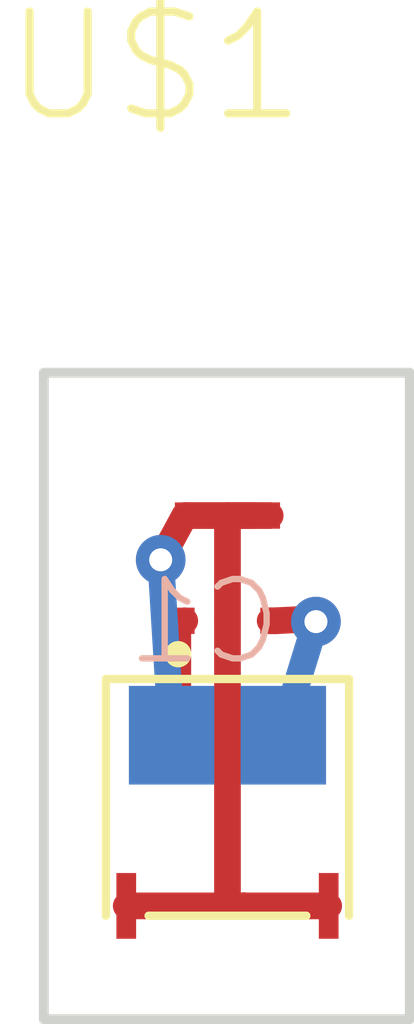
<source format=kicad_pcb>
(kicad_pcb (version 20171130) (host pcbnew "(5.1.2)-2")

  (general
    (thickness 1.6)
    (drawings 4)
    (tracks 24)
    (zones 0)
    (modules 5)
    (nets 4)
  )

  (page A4)
  (layers
    (0 Top signal)
    (31 Bottom signal)
    (32 B.Adhes user)
    (33 F.Adhes user)
    (34 B.Paste user)
    (35 F.Paste user)
    (36 B.SilkS user)
    (37 F.SilkS user)
    (38 B.Mask user)
    (39 F.Mask user)
    (40 Dwgs.User user)
    (41 Cmts.User user)
    (42 Eco1.User user)
    (43 Eco2.User user)
    (44 Edge.Cuts user)
    (45 Margin user)
    (46 B.CrtYd user)
    (47 F.CrtYd user)
    (48 B.Fab user)
    (49 F.Fab user)
  )

  (setup
    (last_trace_width 0.25)
    (trace_clearance 0.1524)
    (zone_clearance 0.508)
    (zone_45_only no)
    (trace_min 0.2)
    (via_size 0.8)
    (via_drill 0.4)
    (via_min_size 0.4)
    (via_min_drill 0.3)
    (uvia_size 0.3)
    (uvia_drill 0.1)
    (uvias_allowed no)
    (uvia_min_size 0.2)
    (uvia_min_drill 0.1)
    (edge_width 0.05)
    (segment_width 0.2)
    (pcb_text_width 0.3)
    (pcb_text_size 1.5 1.5)
    (mod_edge_width 0.12)
    (mod_text_size 1 1)
    (mod_text_width 0.15)
    (pad_size 1.524 1.524)
    (pad_drill 0.762)
    (pad_to_mask_clearance 0.051)
    (solder_mask_min_width 0.25)
    (aux_axis_origin 0 0)
    (visible_elements FFFFFF7F)
    (pcbplotparams
      (layerselection 0x010fc_ffffffff)
      (usegerberextensions false)
      (usegerberattributes false)
      (usegerberadvancedattributes false)
      (creategerberjobfile false)
      (excludeedgelayer true)
      (linewidth 0.100000)
      (plotframeref false)
      (viasonmask false)
      (mode 1)
      (useauxorigin false)
      (hpglpennumber 1)
      (hpglpenspeed 20)
      (hpglpendiameter 15.000000)
      (psnegative false)
      (psa4output false)
      (plotreference true)
      (plotvalue true)
      (plotinvisibletext false)
      (padsonsilk false)
      (subtractmaskfromsilk false)
      (outputformat 1)
      (mirror false)
      (drillshape 1)
      (scaleselection 1)
      (outputdirectory ""))
  )

  (net 0 "")
  (net 1 GND)
  (net 2 VCC)
  (net 3 /OUT)

  (net_class Default "This is the default net class."
    (clearance 0.1524)
    (trace_width 0.25)
    (via_dia 0.8)
    (via_drill 0.4)
    (uvia_dia 0.3)
    (uvia_drill 0.1)
    (add_net /OUT)
    (add_net GND)
    (add_net VCC)
  )

  (module "" (layer Top) (tedit 0) (tstamp 0)
    (at 146.6315 100.9778)
    (fp_text reference @HOLE0 (at 0 0) (layer F.SilkS) hide
      (effects (font (size 1.27 1.27) (thickness 0.15)))
    )
    (fp_text value "" (at 0 0) (layer F.SilkS)
      (effects (font (size 1.27 1.27) (thickness 0.15)))
    )
    (pad "" np_thru_hole circle (at 0 0) (size 0.9 0.9) (drill 0.9) (layers *.Cu *.Mask))
  )

  (module "" (layer Top) (tedit 0) (tstamp 0)
    (at 150.3907 100.9778)
    (fp_text reference @HOLE1 (at 0 0) (layer F.SilkS) hide
      (effects (font (size 1.27 1.27) (thickness 0.15)))
    )
    (fp_text value "" (at 0 0) (layer F.SilkS)
      (effects (font (size 1.27 1.27) (thickness 0.15)))
    )
    (pad "" np_thru_hole circle (at 0 0) (size 0.9 0.9) (drill 0.9) (layers *.Cu *.Mask))
  )

  (module HallE:C0805 (layer Bottom) (tedit 0) (tstamp 5E668F23)
    (at 148.5111 105.6006 180)
    (descr "<b>CAPACITOR</b><p>\nchip")
    (path /09ADF4B9)
    (fp_text reference C1 (at -0.889 1.016) (layer B.SilkS)
      (effects (font (size 1.2065 1.2065) (thickness 0.09652)) (justify left bottom mirror))
    )
    (fp_text value 100nF (at -0.889 -2.286 180) (layer B.Fab) hide
      (effects (font (size 1.2065 1.2065) (thickness 0.1016)) (justify right bottom mirror))
    )
    (fp_poly (pts (xy -0.1001 -0.4001) (xy 0.1001 -0.4001) (xy 0.1001 0.4001) (xy -0.1001 0.4001)) (layer B.Adhes) (width 0))
    (fp_poly (pts (xy 0.3556 -0.7239) (xy 1.1057 -0.7239) (xy 1.1057 0.7262) (xy 0.3556 0.7262)) (layer B.Fab) (width 0))
    (fp_poly (pts (xy -1.0922 -0.7239) (xy -0.3421 -0.7239) (xy -0.3421 0.7262) (xy -1.0922 0.7262)) (layer B.Fab) (width 0))
    (fp_line (start 1.973 0.983) (end 1.973 -0.983) (layer Dwgs.User) (width 0.0508))
    (fp_line (start -0.356 -0.66) (end 0.381 -0.66) (layer B.Fab) (width 0.1016))
    (fp_line (start -0.381 0.66) (end 0.381 0.66) (layer B.Fab) (width 0.1016))
    (fp_line (start -1.973 -0.983) (end -1.973 0.983) (layer Dwgs.User) (width 0.0508))
    (fp_line (start 1.973 -0.983) (end -1.973 -0.983) (layer Dwgs.User) (width 0.0508))
    (fp_line (start -1.973 0.983) (end 1.973 0.983) (layer Dwgs.User) (width 0.0508))
    (pad 2 smd rect (at 0.85 0 180) (size 1.3 1.5) (layers Bottom B.Paste B.Mask)
      (net 1 GND) (solder_mask_margin 0.1016))
    (pad 1 smd rect (at -0.85 0 180) (size 1.3 1.5) (layers Bottom B.Paste B.Mask)
      (net 2 VCC) (solder_mask_margin 0.1016))
  )

  (module HallE:UDFN-6 (layer Top) (tedit 0) (tstamp 5E668F31)
    (at 148.5111 103.0606)
    (path /89E33A62)
    (fp_text reference U$1 (at -3.461018 -6.719918) (layer F.SilkS)
      (effects (font (size 1.547484 1.547484) (thickness 0.123798)) (justify left bottom))
    )
    (fp_text value AH8503 (at -3.31854 6.441668) (layer F.Fab) hide
      (effects (font (size 1.483596 1.483596) (thickness 0.124934)) (justify left top))
    )
    (pad P$6 smd rect (at -0.65 -0.8 90) (size 0.4 0.3) (layers Top F.Paste F.Mask)
      (net 1 GND) (solder_mask_margin 0.1016))
    (pad P$5 smd rect (at 0 -0.8 90) (size 0.4 0.3) (layers Top F.Paste F.Mask)
      (net 1 GND) (solder_mask_margin 0.1016))
    (pad P$4 smd rect (at 0.65 -0.8 90) (size 0.4 0.3) (layers Top F.Paste F.Mask)
      (net 1 GND) (solder_mask_margin 0.1016))
    (pad P$3 smd rect (at 0.65 0.8 90) (size 0.4 0.3) (layers Top F.Paste F.Mask)
      (net 2 VCC) (solder_mask_margin 0.1016))
    (pad P$2 smd rect (at 0 0.8 90) (size 0.4 0.3) (layers Top F.Paste F.Mask)
      (net 1 GND) (solder_mask_margin 0.1016))
    (pad P$1 smd rect (at -0.65 0.8 90) (size 0.4 0.3) (layers Top F.Paste F.Mask)
      (net 3 /OUT) (solder_mask_margin 0.1016))
  )

  (module HallE:MOLEX_503480-0400 (layer Top) (tedit 0) (tstamp 5E668F3A)
    (at 148.5111 106.8706)
    (path /449C7C68)
    (fp_text reference J1 (at -2.163409 -3.010131) (layer F.SilkS) hide
      (effects (font (size 0.5803 0.5803) (thickness 0.048867)) (justify left bottom))
    )
    (fp_text value 503480-0400 (at -2.161659 2.8415) (layer F.Fab) hide
      (effects (font (size 0.579832 0.579832) (thickness 0.048828)) (justify left bottom))
    )
    (fp_circle (center -0.75 -2.502) (end -0.65 -2.502) (layer F.SilkS) (width 0.2))
    (fp_line (start 1.15 2.025) (end 2.1 2.025) (layer Dwgs.User) (width 0.05))
    (fp_line (start 1.15 1.725) (end 1.15 2.025) (layer Dwgs.User) (width 0.05))
    (fp_line (start -1.15 1.725) (end 1.15 1.725) (layer Dwgs.User) (width 0.05))
    (fp_line (start -1.15 2.025) (end -1.15 1.725) (layer Dwgs.User) (width 0.05))
    (fp_line (start -2.1 2.025) (end -1.15 2.025) (layer Dwgs.User) (width 0.05))
    (fp_line (start 2.1 -2.375) (end -2.1 -2.375) (layer Dwgs.User) (width 0.05))
    (fp_line (start 2.1 2.025) (end 2.1 -2.375) (layer Dwgs.User) (width 0.05))
    (fp_line (start -2.1 -2.375) (end -2.1 2.025) (layer Dwgs.User) (width 0.05))
    (fp_line (start -1.2 1.475) (end 1.2 1.475) (layer F.SilkS) (width 0.127))
    (fp_line (start 1.85 -2.125) (end 1.85 1.475) (layer F.SilkS) (width 0.127))
    (fp_line (start -1.85 -2.125) (end 1.85 -2.125) (layer F.SilkS) (width 0.127))
    (fp_line (start -1.85 1.475) (end -1.85 -2.125) (layer F.SilkS) (width 0.127))
    (fp_line (start 1.85 -2.125) (end -1.85 -2.125) (layer F.Fab) (width 0.127))
    (fp_line (start 1.85 1.475) (end 1.85 -2.125) (layer F.Fab) (width 0.127))
    (fp_line (start -1.85 1.475) (end 1.85 1.475) (layer F.Fab) (width 0.127))
    (fp_line (start -1.85 -2.125) (end -1.85 1.475) (layer F.Fab) (width 0.127))
    (pad S2 smd rect (at 1.54 1.325) (size 0.3 1) (layers Top F.Paste F.Mask)
      (net 1 GND) (solder_mask_margin 0.1016))
    (pad S1 smd rect (at -1.54 1.325) (size 0.3 1) (layers Top F.Paste F.Mask)
      (net 1 GND) (solder_mask_margin 0.1016))
    (pad 4 smd rect (at 0.75 -1.325) (size 0.3 0.7) (layers Top F.Paste F.Mask)
      (net 2 VCC) (solder_mask_margin 0.1016))
    (pad 3 smd rect (at 0.25 -1.325) (size 0.3 0.7) (layers Top F.Paste F.Mask)
      (net 1 GND) (solder_mask_margin 0.1016))
    (pad 2 smd rect (at -0.25 -1.325) (size 0.3 0.7) (layers Top F.Paste F.Mask)
      (net 1 GND) (solder_mask_margin 0.1016))
    (pad 1 smd rect (at -0.75 -1.325) (size 0.3 0.7) (layers Top F.Paste F.Mask)
      (net 3 /OUT) (solder_mask_margin 0.1016))
  )

  (gr_line (start 145.7171 109.9186) (end 151.2851 109.9186) (layer Edge.Cuts) (width 0.15) (tstamp E878470))
  (gr_line (start 151.2851 109.9186) (end 151.2851 100.0886) (layer Edge.Cuts) (width 0.15) (tstamp E8786F0))
  (gr_line (start 151.2851 100.0886) (end 145.7171 100.0886) (layer Edge.Cuts) (width 0.15) (tstamp E879410))
  (gr_line (start 145.7171 100.0886) (end 145.7171 109.9186) (layer Edge.Cuts) (width 0.15) (tstamp E879B90))

  (segment (start 146.9711 108.1956) (end 148.5111 108.1956) (width 0.4064) (layer Top) (net 1) (tstamp 55C16B90))
  (segment (start 148.5111 108.1956) (end 148.7651 108.1956) (width 0.4064) (layer Top) (net 1) (tstamp 55C16230))
  (segment (start 148.7651 108.1956) (end 150.0511 108.1956) (width 0.4064) (layer Top) (net 1) (tstamp 55C16730))
  (segment (start 148.7611 108.1916) (end 148.7651 108.1956) (width 0.4064) (layer Top) (net 1) (tstamp 55C164B0))
  (segment (start 148.5111 103.8606) (end 148.5111 102.2606) (width 0.4064) (layer Top) (net 1) (tstamp 55C167D0))
  (segment (start 148.5111 102.2606) (end 147.861706 102.2606) (width 0.4064) (layer Top) (net 1) (tstamp 55C16690))
  (segment (start 147.861706 102.2606) (end 147.861403 102.260904) (width 0.4064) (layer Top) (net 1) (tstamp 55C16CD0))
  (segment (start 148.5111 102.2606) (end 148.906493 102.2606) (width 0.4064) (layer Top) (net 1) (tstamp 55C162D0))
  (segment (start 149.1611 102.2606) (end 148.5111 102.2606) (width 0.4064) (layer Top) (net 1) (tstamp 55C16050))
  (segment (start 147.8611 102.2606) (end 147.4951 102.9336) (width 0.4064) (layer Top) (net 1) (tstamp 55C158D0))
  (via (at 147.4951 102.9336) (size 0.7564) (drill 0.35) (layers Top Bottom) (net 1) (tstamp 55C16550))
  (segment (start 147.4951 102.9336) (end 147.6611 105.6006) (width 0.4064) (layer Bottom) (net 1) (tstamp 55C16D70))
  (segment (start 148.5111 105.5456) (end 148.5111 108.1956) (width 0.4064) (layer Top) (net 1) (tstamp 55C16E10))
  (segment (start 148.2611 105.5456) (end 148.5111 105.5456) (width 0.254) (layer Top) (net 1) (tstamp 55C15FB0))
  (segment (start 148.7611 105.5456) (end 148.5111 105.5456) (width 0.254) (layer Top) (net 1) (tstamp 55C16F50))
  (segment (start 148.5111 105.5456) (end 148.5111 103.8606) (width 0.4064) (layer Top) (net 1) (tstamp 55C16EB0))
  (segment (start 149.8573 103.8734) (end 149.806134 103.831666) (width 0.4064) (layer Top) (net 2) (tstamp 55C16410))
  (segment (start 149.806134 103.831666) (end 149.237337 103.8606) (width 0.4064) (layer Top) (net 2) (tstamp 55C16870))
  (segment (start 149.1611 103.8606) (end 149.237337 103.8606) (width 0.4064) (layer Top) (net 2) (tstamp 55C16190))
  (via (at 149.8573 103.8734) (size 0.7564) (drill 0.35) (layers Top Bottom) (net 2) (tstamp 55C15C90))
  (segment (start 149.8573 103.8734) (end 149.3611 105.486279) (width 0.4064) (layer Bottom) (net 2) (tstamp 55C16910))
  (segment (start 149.3611 105.6006) (end 149.3611 105.486279) (width 0.4064) (layer Bottom) (net 2) (tstamp 55C16C30))
  (segment (start 147.8611 103.8606) (end 147.7555 103.9662) (width 0.4064) (layer Top) (net 3) (tstamp 55C15F10))
  (segment (start 147.7555 103.9662) (end 147.7555 105.5456) (width 0.4064) (layer Top) (net 3) (tstamp 55C15BF0))

)

</source>
